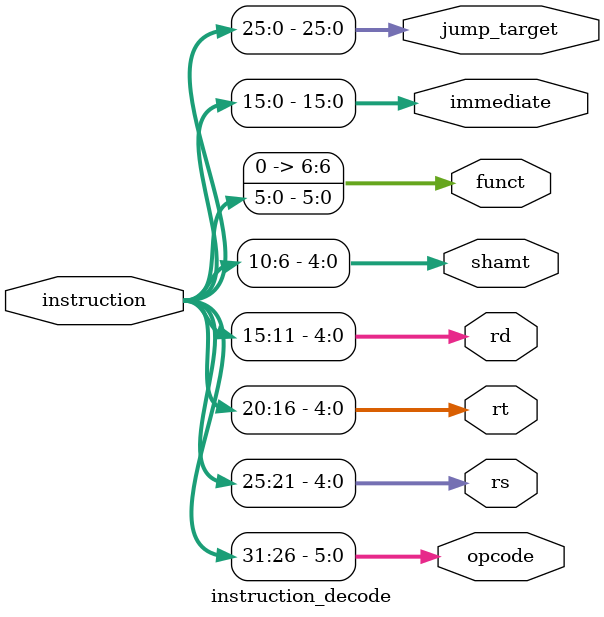
<source format=v>
`timescale 1ns / 1ps

module instruction_decode(
    input [31:0] instruction,
    output [5:0] opcode,
    output [4:0] rs,
    output [4:0] rt,
    output [4:0] rd,
    output [4:0] shamt,
    output [6:0] funct,
    output [15:0] immediate,
    output [25:0] jump_target
);
    assign opcode = instruction [31:26];
    assign rs = instruction [25:21];
    assign rt = instruction [20:16];
    assign rd = instruction [15:11];
    assign shamt = instruction [10:6];
    assign funct = instruction [5:0];
    assign immediate = instruction [15:0];
    assign jump_target = instruction [25:0];  
endmodule
</source>
